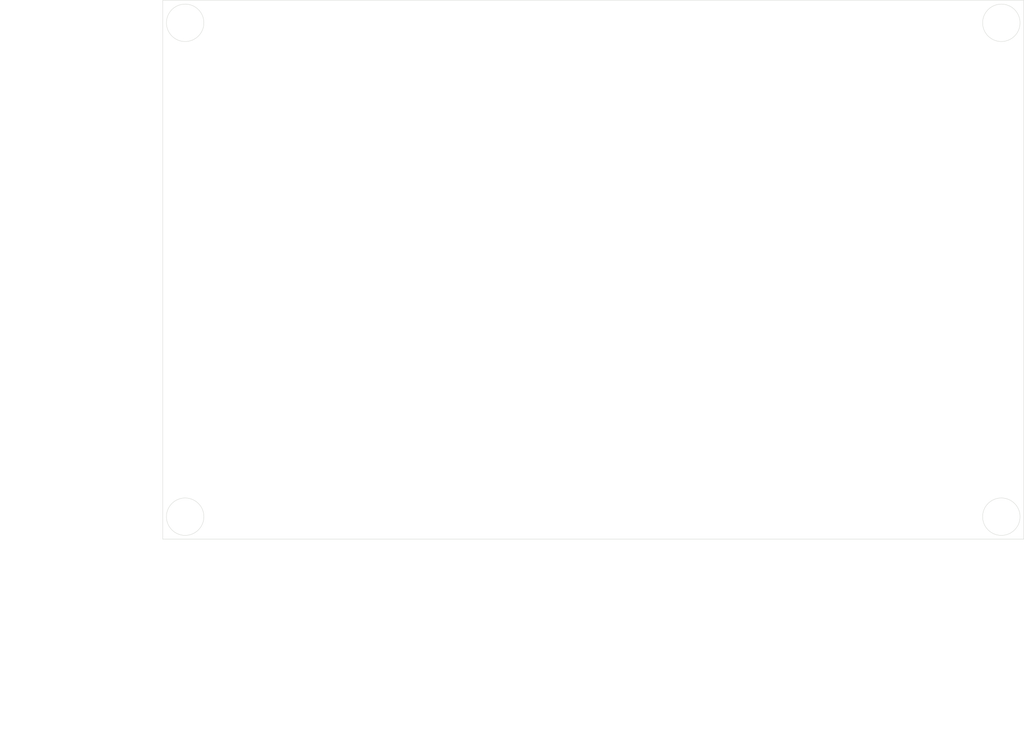
<source format=kicad_pcb>
(kicad_pcb
	(version 20241229)
	(generator "pcbnew")
	(generator_version "9.0")
	(general
		(thickness 1.6)
		(legacy_teardrops no)
	)
	(paper "A4")
	(layers
		(0 "F.Cu" signal)
		(2 "B.Cu" signal)
		(9 "F.Adhes" user "F.Adhesive")
		(11 "B.Adhes" user "B.Adhesive")
		(13 "F.Paste" user)
		(15 "B.Paste" user)
		(5 "F.SilkS" user "F.Silkscreen")
		(7 "B.SilkS" user "B.Silkscreen")
		(1 "F.Mask" user)
		(3 "B.Mask" user)
		(17 "Dwgs.User" user "User.Drawings")
		(19 "Cmts.User" user "User.Comments")
		(21 "Eco1.User" user "User.Eco1")
		(23 "Eco2.User" user "User.Eco2")
		(25 "Edge.Cuts" user)
		(27 "Margin" user)
		(31 "F.CrtYd" user "F.Courtyard")
		(29 "B.CrtYd" user "B.Courtyard")
		(35 "F.Fab" user)
		(33 "B.Fab" user)
		(39 "User.1" user)
		(41 "User.2" user)
		(43 "User.3" user)
		(45 "User.4" user)
	)
	(setup
		(pad_to_mask_clearance 0)
		(allow_soldermask_bridges_in_footprints no)
		(tenting front back)
		(pcbplotparams
			(layerselection 0x00000000_00000000_55555555_5755f5ff)
			(plot_on_all_layers_selection 0x00000000_00000000_00000000_00000000)
			(disableapertmacros no)
			(usegerberextensions no)
			(usegerberattributes yes)
			(usegerberadvancedattributes yes)
			(creategerberjobfile yes)
			(dashed_line_dash_ratio 12.000000)
			(dashed_line_gap_ratio 3.000000)
			(svgprecision 4)
			(plotframeref no)
			(mode 1)
			(useauxorigin no)
			(hpglpennumber 1)
			(hpglpenspeed 20)
			(hpglpendiameter 15.000000)
			(pdf_front_fp_property_popups yes)
			(pdf_back_fp_property_popups yes)
			(pdf_metadata yes)
			(pdf_single_document no)
			(dxfpolygonmode yes)
			(dxfimperialunits yes)
			(dxfusepcbnewfont yes)
			(psnegative no)
			(psa4output no)
			(plot_black_and_white yes)
			(plotinvisibletext no)
			(sketchpadsonfab no)
			(plotpadnumbers no)
			(hidednponfab no)
			(sketchdnponfab yes)
			(crossoutdnponfab yes)
			(subtractmaskfromsilk no)
			(outputformat 1)
			(mirror no)
			(drillshape 1)
			(scaleselection 1)
			(outputdirectory "")
		)
	)
	(net 0 "")
	(gr_rect
		(start 85.5 60)
		(end 200.5 132)
		(stroke
			(width 0.05)
			(type default)
		)
		(fill no)
		(layer "Edge.Cuts")
		(uuid "290b7a23-87ec-4f6a-81c2-cbdddddb962e")
	)
	(gr_circle
		(center 197.5 63)
		(end 195 63)
		(stroke
			(width 0.05)
			(type default)
		)
		(fill no)
		(layer "Edge.Cuts")
		(uuid "96aed12d-447c-4977-94f9-370fee018d23")
	)
	(gr_circle
		(center 88.5 129)
		(end 86 129)
		(stroke
			(width 0.05)
			(type default)
		)
		(fill no)
		(layer "Edge.Cuts")
		(uuid "da0a6dab-15b4-4f64-8554-b65d97021905")
	)
	(gr_circle
		(center 197.5 129)
		(end 195 129)
		(stroke
			(width 0.05)
			(type default)
		)
		(fill no)
		(layer "Edge.Cuts")
		(uuid "dd19b797-d6de-4858-b049-0ac2557ccca8")
	)
	(gr_circle
		(center 88.5 63)
		(end 86 63)
		(stroke
			(width 0.05)
			(type default)
		)
		(fill no)
		(layer "Edge.Cuts")
		(uuid "fe20edd2-f119-4fc2-a040-997ae3cf9407")
	)
	(dimension
		(type orthogonal)
		(layer "User.4")
		(uuid "4464b2c1-44ff-41d9-881a-8681bf7d1f87")
		(pts
			(xy 85.5 132) (xy 85.5 60)
		)
		(height -19.5)
		(orientation 1)
		(format
			(prefix "")
			(suffix "")
			(units 3)
			(units_format 0)
			(precision 4)
			(suppress_zeroes yes)
		)
		(style
			(thickness 0.1)
			(arrow_length 1.27)
			(text_position_mode 0)
			(arrow_direction outward)
			(extension_height 0.58642)
			(extension_offset 0.5)
			(keep_text_aligned yes)
		)
		(gr_text "72"
			(at 64.85 96 90)
			(layer "User.4")
			(uuid "4464b2c1-44ff-41d9-881a-8681bf7d1f87")
			(effects
				(font
					(size 1 1)
					(thickness 0.15)
				)
			)
		)
	)
	(dimension
		(type orthogonal)
		(layer "User.4")
		(uuid "c460ea76-22cd-495b-938c-84db98bb8da0")
		(pts
			(xy 200.5 132) (xy 85.5 132)
		)
		(height 25)
		(orientation 0)
		(format
			(prefix "")
			(suffix "")
			(units 3)
			(units_format 0)
			(precision 4)
			(suppress_zeroes yes)
		)
		(style
			(thickness 0.1)
			(arrow_length 1.27)
			(text_position_mode 0)
			(arrow_direction outward)
			(extension_height 0.58642)
			(extension_offset 0.5)
			(keep_text_aligned yes)
		)
		(gr_text "115"
			(at 143 155.85 0)
			(layer "User.4")
			(uuid "c460ea76-22cd-495b-938c-84db98bb8da0")
			(effects
				(font
					(size 1 1)
					(thickness 0.15)
				)
			)
		)
	)
	(embedded_fonts no)
)

</source>
